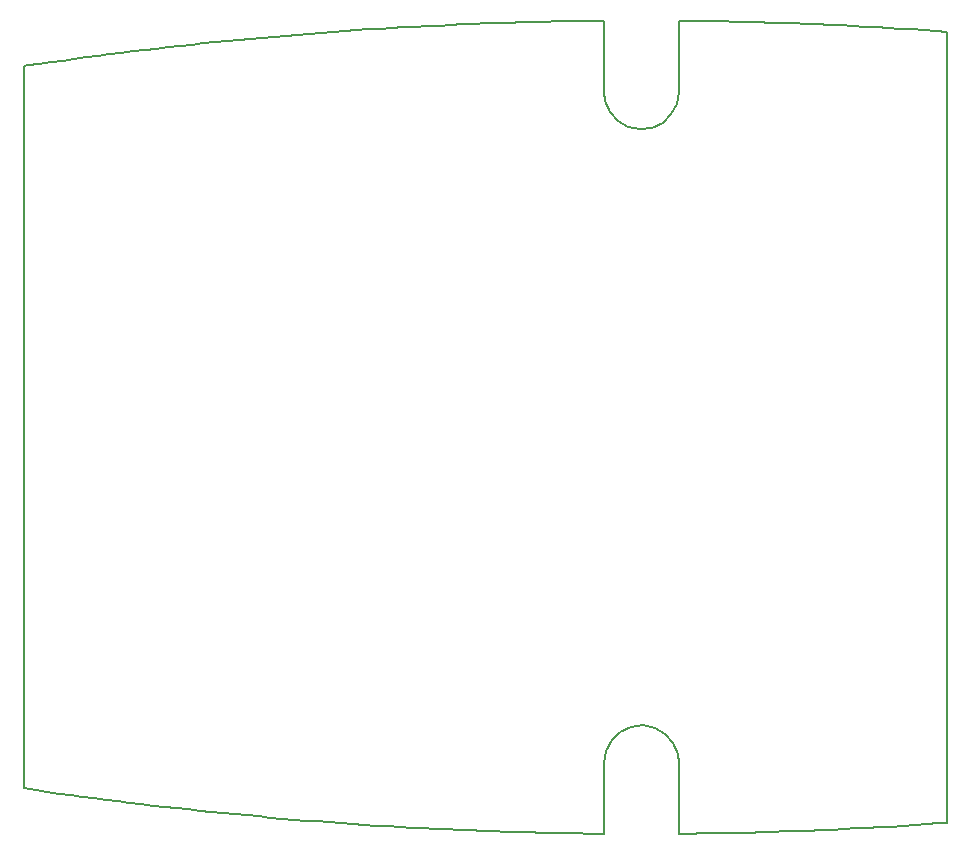
<source format=gbr>
G04 (created by PCBNEW (2013-07-07 BZR 4022)-stable) date 21/01/2015 21:24:29*
%MOIN*%
G04 Gerber Fmt 3.4, Leading zero omitted, Abs format*
%FSLAX34Y34*%
G01*
G70*
G90*
G04 APERTURE LIST*
%ADD10C,0.00590551*%
G04 APERTURE END LIST*
G54D10*
X-82Y0D02*
X-82Y-12041D01*
X-82Y-12041D02*
X306Y-12098D01*
X306Y-12098D02*
X696Y-12154D01*
X696Y-12154D02*
X1086Y-12209D01*
X1086Y-12209D02*
X1476Y-12263D01*
X1476Y-12263D02*
X1866Y-12315D01*
X1866Y-12315D02*
X2256Y-12367D01*
X2256Y-12367D02*
X2647Y-12417D01*
X2647Y-12417D02*
X3037Y-12467D01*
X3037Y-12467D02*
X3428Y-12515D01*
X3428Y-12515D02*
X3819Y-12562D01*
X3819Y-12562D02*
X4210Y-12608D01*
X4210Y-12608D02*
X4601Y-12653D01*
X4601Y-12653D02*
X4992Y-12697D01*
X4992Y-12697D02*
X5384Y-12740D01*
X5384Y-12740D02*
X5775Y-12782D01*
X5775Y-12782D02*
X6167Y-12823D01*
X6167Y-12823D02*
X6559Y-12862D01*
X6559Y-12862D02*
X6950Y-12901D01*
X6950Y-12901D02*
X7342Y-12938D01*
X7342Y-12938D02*
X7734Y-12974D01*
X7734Y-12974D02*
X8126Y-13009D01*
X8126Y-13009D02*
X8519Y-13044D01*
X8519Y-13044D02*
X8911Y-13077D01*
X8911Y-13077D02*
X9303Y-13108D01*
X9303Y-13108D02*
X9696Y-13139D01*
X9696Y-13139D02*
X10088Y-13169D01*
X10088Y-13169D02*
X10481Y-13197D01*
X10481Y-13197D02*
X10874Y-13225D01*
X10874Y-13225D02*
X11267Y-13251D01*
X11267Y-13251D02*
X11660Y-13277D01*
X11660Y-13277D02*
X12053Y-13301D01*
X12053Y-13301D02*
X12446Y-13324D01*
X12446Y-13324D02*
X12839Y-13346D01*
X12839Y-13346D02*
X13232Y-13367D01*
X13232Y-13367D02*
X13625Y-13387D01*
X13625Y-13387D02*
X14018Y-13405D01*
X14018Y-13405D02*
X14412Y-13423D01*
X14412Y-13423D02*
X14805Y-13439D01*
X14805Y-13439D02*
X15198Y-13455D01*
X15198Y-13455D02*
X15592Y-13469D01*
X15592Y-13469D02*
X15985Y-13482D01*
X15985Y-13482D02*
X16379Y-13494D01*
X16379Y-13494D02*
X16772Y-13505D01*
X16772Y-13505D02*
X17166Y-13515D01*
X17166Y-13515D02*
X17559Y-13524D01*
X17559Y-13524D02*
X17953Y-13532D01*
X17953Y-13532D02*
X18347Y-13538D01*
X18347Y-13538D02*
X18740Y-13544D01*
X18740Y-13544D02*
X19134Y-13548D01*
X19134Y-13548D02*
X19255Y-13549D01*
X19255Y-13549D02*
X19255Y-11177D01*
X19255Y-11177D02*
X19319Y-10783D01*
X19319Y-10783D02*
X19505Y-10430D01*
X19505Y-10430D02*
X19792Y-10153D01*
X19792Y-10153D02*
X20152Y-9982D01*
X20152Y-9982D02*
X20548Y-9934D01*
X20548Y-9934D02*
X20939Y-10013D01*
X20939Y-10013D02*
X21285Y-10212D01*
X21285Y-10212D02*
X21550Y-10510D01*
X21550Y-10510D02*
X21707Y-10877D01*
X21707Y-10877D02*
X21744Y-11177D01*
X21744Y-11177D02*
X21744Y-13549D01*
X21744Y-13549D02*
X22137Y-13545D01*
X22137Y-13545D02*
X22531Y-13540D01*
X22531Y-13540D02*
X22925Y-13534D01*
X22925Y-13534D02*
X23318Y-13526D01*
X23318Y-13526D02*
X23712Y-13518D01*
X23712Y-13518D02*
X24105Y-13508D01*
X24105Y-13508D02*
X24499Y-13498D01*
X24499Y-13498D02*
X24893Y-13486D01*
X24893Y-13486D02*
X25286Y-13473D01*
X25286Y-13473D02*
X25679Y-13459D01*
X25679Y-13459D02*
X26073Y-13444D01*
X26073Y-13444D02*
X26466Y-13428D01*
X26466Y-13428D02*
X26860Y-13411D01*
X26860Y-13411D02*
X27253Y-13392D01*
X27253Y-13392D02*
X27646Y-13373D01*
X27646Y-13373D02*
X28039Y-13352D01*
X28039Y-13352D02*
X28432Y-13331D01*
X28432Y-13331D02*
X28825Y-13308D01*
X28825Y-13308D02*
X29218Y-13284D01*
X29218Y-13284D02*
X29611Y-13259D01*
X29611Y-13259D02*
X30004Y-13233D01*
X30004Y-13233D02*
X30397Y-13206D01*
X30397Y-13206D02*
X30696Y-13185D01*
X30696Y-13185D02*
X30696Y13185D01*
X30696Y13185D02*
X30304Y13213D01*
X30304Y13213D02*
X29911Y13239D01*
X29911Y13239D02*
X29518Y13265D01*
X29518Y13265D02*
X29125Y13290D01*
X29125Y13290D02*
X28732Y13314D01*
X28732Y13314D02*
X28339Y13336D01*
X28339Y13336D02*
X27946Y13357D01*
X27946Y13357D02*
X27553Y13378D01*
X27553Y13378D02*
X27160Y13397D01*
X27160Y13397D02*
X26766Y13415D01*
X26766Y13415D02*
X26373Y13432D01*
X26373Y13432D02*
X25980Y13448D01*
X25980Y13448D02*
X25586Y13463D01*
X25586Y13463D02*
X25193Y13476D01*
X25193Y13476D02*
X24799Y13489D01*
X24799Y13489D02*
X24406Y13500D01*
X24406Y13500D02*
X24012Y13511D01*
X24012Y13511D02*
X23618Y13520D01*
X23618Y13520D02*
X23225Y13528D01*
X23225Y13528D02*
X22831Y13535D01*
X22831Y13535D02*
X22438Y13541D01*
X22438Y13541D02*
X22044Y13546D01*
X22044Y13546D02*
X21744Y13549D01*
X21744Y13549D02*
X21744Y11177D01*
X21744Y11177D02*
X21680Y10783D01*
X21680Y10783D02*
X21494Y10430D01*
X21494Y10430D02*
X21207Y10153D01*
X21207Y10153D02*
X20847Y9982D01*
X20847Y9982D02*
X20451Y9934D01*
X20451Y9934D02*
X20060Y10013D01*
X20060Y10013D02*
X19714Y10212D01*
X19714Y10212D02*
X19449Y10510D01*
X19449Y10510D02*
X19292Y10877D01*
X19292Y10877D02*
X19255Y11177D01*
X19255Y11177D02*
X19255Y13549D01*
X19255Y13549D02*
X18862Y13545D01*
X18862Y13545D02*
X18468Y13540D01*
X18468Y13540D02*
X18074Y13534D01*
X18074Y13534D02*
X17681Y13526D01*
X17681Y13526D02*
X17287Y13518D01*
X17287Y13518D02*
X16894Y13508D01*
X16894Y13508D02*
X16500Y13498D01*
X16500Y13498D02*
X16106Y13486D01*
X16106Y13486D02*
X15713Y13473D01*
X15713Y13473D02*
X15320Y13459D01*
X15320Y13459D02*
X14926Y13444D01*
X14926Y13444D02*
X14533Y13428D01*
X14533Y13428D02*
X14139Y13411D01*
X14139Y13411D02*
X13746Y13392D01*
X13746Y13392D02*
X13353Y13373D01*
X13353Y13373D02*
X12960Y13352D01*
X12960Y13352D02*
X12567Y13331D01*
X12567Y13331D02*
X12174Y13308D01*
X12174Y13308D02*
X11781Y13284D01*
X11781Y13284D02*
X11388Y13259D01*
X11388Y13259D02*
X10995Y13233D01*
X10995Y13233D02*
X10602Y13206D01*
X10602Y13206D02*
X10209Y13178D01*
X10209Y13178D02*
X9817Y13148D01*
X9817Y13148D02*
X9424Y13118D01*
X9424Y13118D02*
X9032Y13086D01*
X9032Y13086D02*
X8640Y13054D01*
X8640Y13054D02*
X8247Y13020D01*
X8247Y13020D02*
X7855Y12985D01*
X7855Y12985D02*
X7463Y12949D01*
X7463Y12949D02*
X7071Y12912D01*
X7071Y12912D02*
X6679Y12874D01*
X6679Y12874D02*
X6288Y12835D01*
X6288Y12835D02*
X5896Y12795D01*
X5896Y12795D02*
X5504Y12753D01*
X5504Y12753D02*
X5113Y12711D01*
X5113Y12711D02*
X4722Y12667D01*
X4722Y12667D02*
X4331Y12622D01*
X4331Y12622D02*
X3940Y12577D01*
X3940Y12577D02*
X3549Y12530D01*
X3549Y12530D02*
X3158Y12482D01*
X3158Y12482D02*
X2767Y12433D01*
X2767Y12433D02*
X2377Y12382D01*
X2377Y12382D02*
X1986Y12331D01*
X1986Y12331D02*
X1596Y12279D01*
X1596Y12279D02*
X1206Y12225D01*
X1206Y12225D02*
X816Y12171D01*
X816Y12171D02*
X426Y12115D01*
X426Y12115D02*
X37Y12059D01*
X37Y12059D02*
X-82Y12041D01*
X-82Y12041D02*
X-82Y0D01*
M02*

</source>
